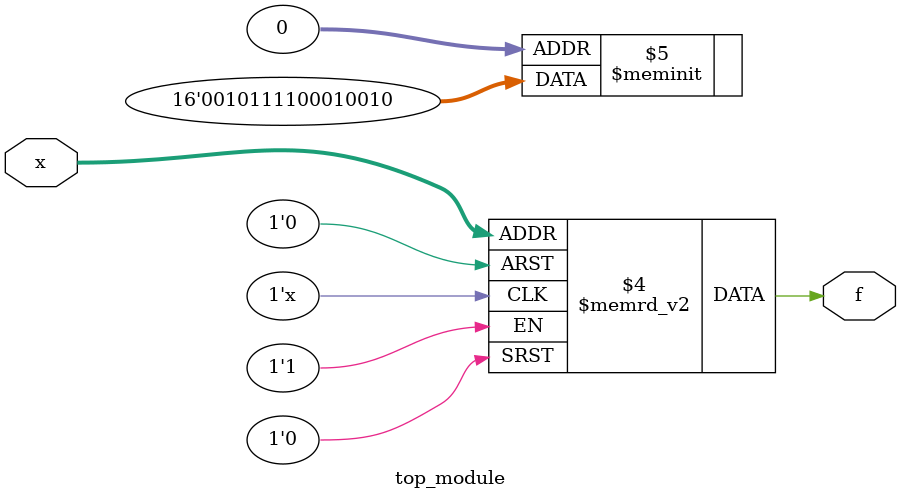
<source format=sv>
module top_module (
    input [4:1] x,
    output logic f
);

always_comb begin
    case ({x[4], x[3], x[2], x[1]})
        4'b0001: f = 1'b1;
        4'b0100: f = 1'b1;
        4'b1000: f = 1'b1;
        4'b1001: f = 1'b1;
        4'b1010: f = 1'b1;
        4'b1011: f = 1'b1;
        4'b1100: f = 1'b0;
        4'b1101: f = 1'b1;
        default: f = 1'b0;
    endcase
end

endmodule

</source>
